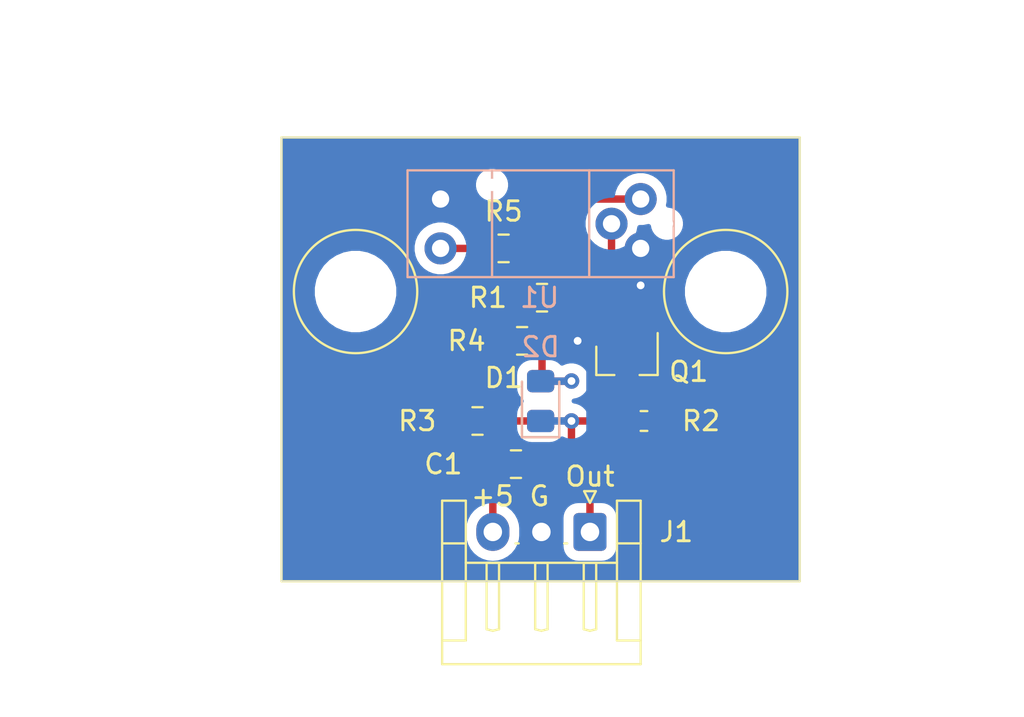
<source format=kicad_pcb>
(kicad_pcb (version 20171130) (host pcbnew "(5.1.4)-1")

  (general
    (thickness 1.6)
    (drawings 32)
    (tracks 61)
    (zones 0)
    (modules 13)
    (nets 7)
  )

  (page A4)
  (layers
    (0 F.Cu signal)
    (31 B.Cu signal)
    (32 B.Adhes user)
    (33 F.Adhes user)
    (34 B.Paste user)
    (35 F.Paste user)
    (36 B.SilkS user)
    (37 F.SilkS user)
    (38 B.Mask user)
    (39 F.Mask user)
    (40 Dwgs.User user)
    (41 Cmts.User user)
    (42 Eco1.User user)
    (43 Eco2.User user)
    (44 Edge.Cuts user)
    (45 Margin user)
    (46 B.CrtYd user)
    (47 F.CrtYd user hide)
    (48 B.Fab user hide)
    (49 F.Fab user hide)
  )

  (setup
    (last_trace_width 0.25)
    (user_trace_width 0.381)
    (trace_clearance 0.2)
    (zone_clearance 0.508)
    (zone_45_only no)
    (trace_min 0.2)
    (via_size 0.8)
    (via_drill 0.4)
    (via_min_size 0.4)
    (via_min_drill 0.3)
    (user_via 0.889 0.381)
    (uvia_size 0.3)
    (uvia_drill 0.1)
    (uvias_allowed no)
    (uvia_min_size 0.2)
    (uvia_min_drill 0.1)
    (edge_width 0.05)
    (segment_width 0.2)
    (pcb_text_width 0.3)
    (pcb_text_size 1.5 1.5)
    (mod_edge_width 0.12)
    (mod_text_size 1 1)
    (mod_text_width 0.15)
    (pad_size 3.175 3.175)
    (pad_drill 3.175)
    (pad_to_mask_clearance 0.051)
    (solder_mask_min_width 0.25)
    (aux_axis_origin 0 0)
    (grid_origin 133.35 63.5)
    (visible_elements 7FFFFFFF)
    (pcbplotparams
      (layerselection 0x010f0_ffffffff)
      (usegerberextensions false)
      (usegerberattributes false)
      (usegerberadvancedattributes false)
      (creategerberjobfile false)
      (excludeedgelayer true)
      (linewidth 0.100000)
      (plotframeref false)
      (viasonmask false)
      (mode 1)
      (useauxorigin false)
      (hpglpennumber 1)
      (hpglpenspeed 20)
      (hpglpendiameter 15.000000)
      (psnegative false)
      (psa4output false)
      (plotreference true)
      (plotvalue true)
      (plotinvisibletext false)
      (padsonsilk false)
      (subtractmaskfromsilk false)
      (outputformat 1)
      (mirror false)
      (drillshape 0)
      (scaleselection 1)
      (outputdirectory "./"))
  )

  (net 0 "")
  (net 1 GND)
  (net 2 +5V)
  (net 3 /Led+)
  (net 4 /Out)
  (net 5 /SensorOut)
  (net 6 /IntA)

  (net_class Default "This is the default net class."
    (clearance 0.2)
    (trace_width 0.25)
    (via_dia 0.8)
    (via_drill 0.4)
    (uvia_dia 0.3)
    (uvia_drill 0.1)
    (add_net +5V)
    (add_net /IntA)
    (add_net /Led+)
    (add_net /Out)
    (add_net /SensorOut)
    (add_net GND)
  )

  (module 0-MiscParts:OptoGP1A58HRJ00F (layer B.Cu) (tedit 5DE56C5D) (tstamp 5DE51686)
    (at 146.685 45.085 180)
    (path /5DE70797)
    (fp_text reference U1 (at 0.05 -3.81) (layer B.SilkS)
      (effects (font (size 1 1) (thickness 0.15)) (justify mirror))
    )
    (fp_text value OptoGP1A58HRJ00F (at 0 -4.55) (layer B.Fab)
      (effects (font (size 1 1) (thickness 0.15)) (justify mirror))
    )
    (fp_line (start 2.5 2.75) (end 2.5 -2.75) (layer B.SilkS) (width 0.12))
    (fp_line (start -2.5 2.75) (end -2.5 -2.75) (layer B.SilkS) (width 0.12))
    (fp_line (start -6.85 -2.75) (end -6.85 2.75) (layer B.SilkS) (width 0.12))
    (fp_line (start 6.85 -2.75) (end -6.85 -2.75) (layer B.SilkS) (width 0.12))
    (fp_line (start 6.85 2.75) (end 6.85 -2.75) (layer B.SilkS) (width 0.12))
    (fp_line (start -6.85 2.75) (end 6.85 2.75) (layer B.SilkS) (width 0.12))
    (pad "" np_thru_hole circle (at 2.5 2 180) (size 0.635 0.635) (drill 0.635) (layers *.Cu *.Mask))
    (pad "" np_thru_hole circle (at -6.5 0 180) (size 0.635 0.635) (drill 0.635) (layers *.Cu *.Mask))
    (pad 5 thru_hole circle (at -5.15 -1.27 180) (size 1.651 1.651) (drill 0.889) (layers *.Cu *.Mask)
      (net 1 GND))
    (pad 4 thru_hole circle (at -3.65 0 180) (size 1.651 1.651) (drill 0.889) (layers *.Cu *.Mask)
      (net 5 /SensorOut))
    (pad 3 thru_hole circle (at -5.15 1.27 180) (size 1.651 1.651) (drill 0.889) (layers *.Cu *.Mask)
      (net 2 +5V))
    (pad 2 thru_hole circle (at 5.15 1.27 180) (size 1.651 1.651) (drill 0.889) (layers *.Cu *.Mask)
      (net 1 GND))
    (pad 1 thru_hole circle (at 5.15 -1.27 180) (size 1.651 1.651) (drill 0.889) (layers *.Cu *.Mask)
      (net 6 /IntA))
  )

  (module Resistor_SMD:R_0805_2012Metric_Pad1.15x1.40mm_HandSolder (layer F.Cu) (tedit 5B36C52B) (tstamp 5DE51677)
    (at 144.78 46.355 180)
    (descr "Resistor SMD 0805 (2012 Metric), square (rectangular) end terminal, IPC_7351 nominal with elongated pad for handsoldering. (Body size source: https://docs.google.com/spreadsheets/d/1BsfQQcO9C6DZCsRaXUlFlo91Tg2WpOkGARC1WS5S8t0/edit?usp=sharing), generated with kicad-footprint-generator")
    (tags "resistor handsolder")
    (path /5DE787E1)
    (attr smd)
    (fp_text reference R5 (at 0 1.905) (layer F.SilkS)
      (effects (font (size 1 1) (thickness 0.15)))
    )
    (fp_text value R (at 0 1.65) (layer F.Fab)
      (effects (font (size 1 1) (thickness 0.15)))
    )
    (fp_text user %R (at 0 0) (layer F.Fab)
      (effects (font (size 0.5 0.5) (thickness 0.08)))
    )
    (fp_line (start 1.85 0.95) (end -1.85 0.95) (layer F.CrtYd) (width 0.05))
    (fp_line (start 1.85 -0.95) (end 1.85 0.95) (layer F.CrtYd) (width 0.05))
    (fp_line (start -1.85 -0.95) (end 1.85 -0.95) (layer F.CrtYd) (width 0.05))
    (fp_line (start -1.85 0.95) (end -1.85 -0.95) (layer F.CrtYd) (width 0.05))
    (fp_line (start -0.261252 0.71) (end 0.261252 0.71) (layer F.SilkS) (width 0.12))
    (fp_line (start -0.261252 -0.71) (end 0.261252 -0.71) (layer F.SilkS) (width 0.12))
    (fp_line (start 1 0.6) (end -1 0.6) (layer F.Fab) (width 0.1))
    (fp_line (start 1 -0.6) (end 1 0.6) (layer F.Fab) (width 0.1))
    (fp_line (start -1 -0.6) (end 1 -0.6) (layer F.Fab) (width 0.1))
    (fp_line (start -1 0.6) (end -1 -0.6) (layer F.Fab) (width 0.1))
    (pad 2 smd roundrect (at 1.025 0 180) (size 1.15 1.4) (layers F.Cu F.Paste F.Mask) (roundrect_rratio 0.217391)
      (net 6 /IntA))
    (pad 1 smd roundrect (at -1.025 0 180) (size 1.15 1.4) (layers F.Cu F.Paste F.Mask) (roundrect_rratio 0.217391)
      (net 2 +5V))
    (model ${KISYS3DMOD}/Resistor_SMD.3dshapes/R_0805_2012Metric.wrl
      (at (xyz 0 0 0))
      (scale (xyz 1 1 1))
      (rotate (xyz 0 0 0))
    )
  )

  (module LED_SMD:LED_0805_2012Metric_Pad1.15x1.40mm_HandSolder (layer B.Cu) (tedit 5B4B45C9) (tstamp 5DE51536)
    (at 146.685 54.22 90)
    (descr "LED SMD 0805 (2012 Metric), square (rectangular) end terminal, IPC_7351 nominal, (Body size source: https://docs.google.com/spreadsheets/d/1BsfQQcO9C6DZCsRaXUlFlo91Tg2WpOkGARC1WS5S8t0/edit?usp=sharing), generated with kicad-footprint-generator")
    (tags "LED handsolder")
    (path /5DE7E196)
    (attr smd)
    (fp_text reference D2 (at 2.785 0 180) (layer B.SilkS)
      (effects (font (size 1 1) (thickness 0.15)) (justify mirror))
    )
    (fp_text value LED (at 0 -1.65 90) (layer B.Fab)
      (effects (font (size 1 1) (thickness 0.15)) (justify mirror))
    )
    (fp_text user %R (at 0 0 90) (layer B.Fab)
      (effects (font (size 0.5 0.5) (thickness 0.08)) (justify mirror))
    )
    (fp_line (start 1.85 -0.95) (end -1.85 -0.95) (layer B.CrtYd) (width 0.05))
    (fp_line (start 1.85 0.95) (end 1.85 -0.95) (layer B.CrtYd) (width 0.05))
    (fp_line (start -1.85 0.95) (end 1.85 0.95) (layer B.CrtYd) (width 0.05))
    (fp_line (start -1.85 -0.95) (end -1.85 0.95) (layer B.CrtYd) (width 0.05))
    (fp_line (start -1.86 -0.96) (end 1 -0.96) (layer B.SilkS) (width 0.12))
    (fp_line (start -1.86 0.96) (end -1.86 -0.96) (layer B.SilkS) (width 0.12))
    (fp_line (start 1 0.96) (end -1.86 0.96) (layer B.SilkS) (width 0.12))
    (fp_line (start 1 -0.6) (end 1 0.6) (layer B.Fab) (width 0.1))
    (fp_line (start -1 -0.6) (end 1 -0.6) (layer B.Fab) (width 0.1))
    (fp_line (start -1 0.3) (end -1 -0.6) (layer B.Fab) (width 0.1))
    (fp_line (start -0.7 0.6) (end -1 0.3) (layer B.Fab) (width 0.1))
    (fp_line (start 1 0.6) (end -0.7 0.6) (layer B.Fab) (width 0.1))
    (pad 2 smd roundrect (at 1.025 0 90) (size 1.15 1.4) (layers B.Cu B.Paste B.Mask) (roundrect_rratio 0.217391)
      (net 3 /Led+))
    (pad 1 smd roundrect (at -1.025 0 90) (size 1.15 1.4) (layers B.Cu B.Paste B.Mask) (roundrect_rratio 0.217391)
      (net 4 /Out))
    (model ${KISYS3DMOD}/LED_SMD.3dshapes/LED_0805_2012Metric.wrl
      (at (xyz 0 0 0))
      (scale (xyz 1 1 1))
      (rotate (xyz 0 0 0))
    )
  )

  (module Resistor_SMD:R_0603_1608Metric_Pad1.05x0.95mm_HandSolder (layer F.Cu) (tedit 5B301BBD) (tstamp 5DE4E80C)
    (at 152.005 55.245)
    (descr "Resistor SMD 0603 (1608 Metric), square (rectangular) end terminal, IPC_7351 nominal with elongated pad for handsoldering. (Body size source: http://www.tortai-tech.com/upload/download/2011102023233369053.pdf), generated with kicad-footprint-generator")
    (tags "resistor handsolder")
    (path /5DE484AA)
    (attr smd)
    (fp_text reference R2 (at 2.935 0) (layer F.SilkS)
      (effects (font (size 1 1) (thickness 0.15)))
    )
    (fp_text value R (at 0 1.43) (layer F.Fab)
      (effects (font (size 1 1) (thickness 0.15)))
    )
    (fp_text user %R (at 0 0) (layer F.Fab)
      (effects (font (size 0.4 0.4) (thickness 0.06)))
    )
    (fp_line (start 1.65 0.73) (end -1.65 0.73) (layer F.CrtYd) (width 0.05))
    (fp_line (start 1.65 -0.73) (end 1.65 0.73) (layer F.CrtYd) (width 0.05))
    (fp_line (start -1.65 -0.73) (end 1.65 -0.73) (layer F.CrtYd) (width 0.05))
    (fp_line (start -1.65 0.73) (end -1.65 -0.73) (layer F.CrtYd) (width 0.05))
    (fp_line (start -0.171267 0.51) (end 0.171267 0.51) (layer F.SilkS) (width 0.12))
    (fp_line (start -0.171267 -0.51) (end 0.171267 -0.51) (layer F.SilkS) (width 0.12))
    (fp_line (start 0.8 0.4) (end -0.8 0.4) (layer F.Fab) (width 0.1))
    (fp_line (start 0.8 -0.4) (end 0.8 0.4) (layer F.Fab) (width 0.1))
    (fp_line (start -0.8 -0.4) (end 0.8 -0.4) (layer F.Fab) (width 0.1))
    (fp_line (start -0.8 0.4) (end -0.8 -0.4) (layer F.Fab) (width 0.1))
    (pad 2 smd roundrect (at 0.875 0) (size 1.05 0.95) (layers F.Cu F.Paste F.Mask) (roundrect_rratio 0.25)
      (net 5 /SensorOut))
    (pad 1 smd roundrect (at -0.875 0) (size 1.05 0.95) (layers F.Cu F.Paste F.Mask) (roundrect_rratio 0.25)
      (net 4 /Out))
    (model ${KISYS3DMOD}/Resistor_SMD.3dshapes/R_0603_1608Metric.wrl
      (at (xyz 0 0 0))
      (scale (xyz 1 1 1))
      (rotate (xyz 0 0 0))
    )
  )

  (module "0-MiscParts:MountingHole _1-8_1-4" (layer F.Cu) (tedit 5E22ED94) (tstamp 5DE51707)
    (at 156.21 48.5775)
    (path /5DE64126)
    (fp_text reference H2 (at 0 2.032) (layer F.Fab)
      (effects (font (size 1 1) (thickness 0.15)))
    )
    (fp_text value MountingHole (at 0 -2.032) (layer F.Fab)
      (effects (font (size 1 1) (thickness 0.15)))
    )
    (fp_circle (center 0 0) (end 3.175 0) (layer F.SilkS) (width 0.12))
    (pad "" np_thru_hole circle (at 0 0) (size 3.175 3.175) (drill 3.175) (layers *.Cu *.Mask))
  )

  (module "0-MiscParts:MountingHole _1-8_1-4" (layer F.Cu) (tedit 5D5FAF04) (tstamp 5DE4F0AD)
    (at 137.16 48.5775)
    (path /5DE63B03)
    (fp_text reference H1 (at 0 2.032) (layer F.Fab)
      (effects (font (size 1 1) (thickness 0.15)))
    )
    (fp_text value MountingHole (at 0 -2.032) (layer F.Fab)
      (effects (font (size 1 1) (thickness 0.15)))
    )
    (fp_circle (center 0 0) (end 3.175 0) (layer F.SilkS) (width 0.12))
    (pad "" np_thru_hole circle (at 0 0) (size 3.175 3.175) (drill 3.175) (layers *.Cu *.Mask))
  )

  (module Resistor_SMD:R_0805_2012Metric_Pad1.15x1.40mm_HandSolder (layer F.Cu) (tedit 5B36C52B) (tstamp 5DE4E7DC)
    (at 145.7325 51.1175)
    (descr "Resistor SMD 0805 (2012 Metric), square (rectangular) end terminal, IPC_7351 nominal with elongated pad for handsoldering. (Body size source: https://docs.google.com/spreadsheets/d/1BsfQQcO9C6DZCsRaXUlFlo91Tg2WpOkGARC1WS5S8t0/edit?usp=sharing), generated with kicad-footprint-generator")
    (tags "resistor handsolder")
    (path /5DE48C74)
    (attr smd)
    (fp_text reference R4 (at -2.8575 0) (layer F.SilkS)
      (effects (font (size 1 1) (thickness 0.15)))
    )
    (fp_text value R (at 0 1.65) (layer F.Fab)
      (effects (font (size 1 1) (thickness 0.15)))
    )
    (fp_text user %R (at 0 0) (layer F.Fab)
      (effects (font (size 0.5 0.5) (thickness 0.08)))
    )
    (fp_line (start 1.85 0.95) (end -1.85 0.95) (layer F.CrtYd) (width 0.05))
    (fp_line (start 1.85 -0.95) (end 1.85 0.95) (layer F.CrtYd) (width 0.05))
    (fp_line (start -1.85 -0.95) (end 1.85 -0.95) (layer F.CrtYd) (width 0.05))
    (fp_line (start -1.85 0.95) (end -1.85 -0.95) (layer F.CrtYd) (width 0.05))
    (fp_line (start -0.261252 0.71) (end 0.261252 0.71) (layer F.SilkS) (width 0.12))
    (fp_line (start -0.261252 -0.71) (end 0.261252 -0.71) (layer F.SilkS) (width 0.12))
    (fp_line (start 1 0.6) (end -1 0.6) (layer F.Fab) (width 0.1))
    (fp_line (start 1 -0.6) (end 1 0.6) (layer F.Fab) (width 0.1))
    (fp_line (start -1 -0.6) (end 1 -0.6) (layer F.Fab) (width 0.1))
    (fp_line (start -1 0.6) (end -1 -0.6) (layer F.Fab) (width 0.1))
    (pad 2 smd roundrect (at 1.025 0) (size 1.15 1.4) (layers F.Cu F.Paste F.Mask) (roundrect_rratio 0.217391)
      (net 3 /Led+))
    (pad 1 smd roundrect (at -1.025 0) (size 1.15 1.4) (layers F.Cu F.Paste F.Mask) (roundrect_rratio 0.217391)
      (net 2 +5V))
    (model ${KISYS3DMOD}/Resistor_SMD.3dshapes/R_0805_2012Metric.wrl
      (at (xyz 0 0 0))
      (scale (xyz 1 1 1))
      (rotate (xyz 0 0 0))
    )
  )

  (module Resistor_SMD:R_0805_2012Metric_Pad1.15x1.40mm_HandSolder (layer F.Cu) (tedit 5B36C52B) (tstamp 5DE4E86C)
    (at 143.4375 55.245)
    (descr "Resistor SMD 0805 (2012 Metric), square (rectangular) end terminal, IPC_7351 nominal with elongated pad for handsoldering. (Body size source: https://docs.google.com/spreadsheets/d/1BsfQQcO9C6DZCsRaXUlFlo91Tg2WpOkGARC1WS5S8t0/edit?usp=sharing), generated with kicad-footprint-generator")
    (tags "resistor handsolder")
    (path /5DE487CF)
    (attr smd)
    (fp_text reference R3 (at -3.1025 0) (layer F.SilkS)
      (effects (font (size 1 1) (thickness 0.15)))
    )
    (fp_text value R (at 0 1.65) (layer F.Fab)
      (effects (font (size 1 1) (thickness 0.15)))
    )
    (fp_text user %R (at 0 0) (layer F.Fab)
      (effects (font (size 0.5 0.5) (thickness 0.08)))
    )
    (fp_line (start 1.85 0.95) (end -1.85 0.95) (layer F.CrtYd) (width 0.05))
    (fp_line (start 1.85 -0.95) (end 1.85 0.95) (layer F.CrtYd) (width 0.05))
    (fp_line (start -1.85 -0.95) (end 1.85 -0.95) (layer F.CrtYd) (width 0.05))
    (fp_line (start -1.85 0.95) (end -1.85 -0.95) (layer F.CrtYd) (width 0.05))
    (fp_line (start -0.261252 0.71) (end 0.261252 0.71) (layer F.SilkS) (width 0.12))
    (fp_line (start -0.261252 -0.71) (end 0.261252 -0.71) (layer F.SilkS) (width 0.12))
    (fp_line (start 1 0.6) (end -1 0.6) (layer F.Fab) (width 0.1))
    (fp_line (start 1 -0.6) (end 1 0.6) (layer F.Fab) (width 0.1))
    (fp_line (start -1 -0.6) (end 1 -0.6) (layer F.Fab) (width 0.1))
    (fp_line (start -1 0.6) (end -1 -0.6) (layer F.Fab) (width 0.1))
    (pad 2 smd roundrect (at 1.025 0) (size 1.15 1.4) (layers F.Cu F.Paste F.Mask) (roundrect_rratio 0.217391)
      (net 4 /Out))
    (pad 1 smd roundrect (at -1.025 0) (size 1.15 1.4) (layers F.Cu F.Paste F.Mask) (roundrect_rratio 0.217391)
      (net 2 +5V))
    (model ${KISYS3DMOD}/Resistor_SMD.3dshapes/R_0805_2012Metric.wrl
      (at (xyz 0 0 0))
      (scale (xyz 1 1 1))
      (rotate (xyz 0 0 0))
    )
  )

  (module Resistor_SMD:R_0805_2012Metric_Pad1.15x1.40mm_HandSolder (layer F.Cu) (tedit 5B36C52B) (tstamp 5DE4E8F9)
    (at 146.7575 48.895)
    (descr "Resistor SMD 0805 (2012 Metric), square (rectangular) end terminal, IPC_7351 nominal with elongated pad for handsoldering. (Body size source: https://docs.google.com/spreadsheets/d/1BsfQQcO9C6DZCsRaXUlFlo91Tg2WpOkGARC1WS5S8t0/edit?usp=sharing), generated with kicad-footprint-generator")
    (tags "resistor handsolder")
    (path /5DE49315)
    (attr smd)
    (fp_text reference R1 (at -2.785 0) (layer F.SilkS)
      (effects (font (size 1 1) (thickness 0.15)))
    )
    (fp_text value R (at 0 1.65) (layer F.Fab)
      (effects (font (size 1 1) (thickness 0.15)))
    )
    (fp_text user %R (at 0 0) (layer F.Fab)
      (effects (font (size 0.5 0.5) (thickness 0.08)))
    )
    (fp_line (start 1.85 0.95) (end -1.85 0.95) (layer F.CrtYd) (width 0.05))
    (fp_line (start 1.85 -0.95) (end 1.85 0.95) (layer F.CrtYd) (width 0.05))
    (fp_line (start -1.85 -0.95) (end 1.85 -0.95) (layer F.CrtYd) (width 0.05))
    (fp_line (start -1.85 0.95) (end -1.85 -0.95) (layer F.CrtYd) (width 0.05))
    (fp_line (start -0.261252 0.71) (end 0.261252 0.71) (layer F.SilkS) (width 0.12))
    (fp_line (start -0.261252 -0.71) (end 0.261252 -0.71) (layer F.SilkS) (width 0.12))
    (fp_line (start 1 0.6) (end -1 0.6) (layer F.Fab) (width 0.1))
    (fp_line (start 1 -0.6) (end 1 0.6) (layer F.Fab) (width 0.1))
    (fp_line (start -1 -0.6) (end 1 -0.6) (layer F.Fab) (width 0.1))
    (fp_line (start -1 0.6) (end -1 -0.6) (layer F.Fab) (width 0.1))
    (pad 2 smd roundrect (at 1.025 0) (size 1.15 1.4) (layers F.Cu F.Paste F.Mask) (roundrect_rratio 0.217391)
      (net 5 /SensorOut))
    (pad 1 smd roundrect (at -1.025 0) (size 1.15 1.4) (layers F.Cu F.Paste F.Mask) (roundrect_rratio 0.217391)
      (net 2 +5V))
    (model ${KISYS3DMOD}/Resistor_SMD.3dshapes/R_0805_2012Metric.wrl
      (at (xyz 0 0 0))
      (scale (xyz 1 1 1))
      (rotate (xyz 0 0 0))
    )
  )

  (module Package_TO_SOT_SMD:SOT-23 (layer F.Cu) (tedit 5A02FF57) (tstamp 5DE4E8A0)
    (at 151.13 52.1175 270)
    (descr "SOT-23, Standard")
    (tags SOT-23)
    (path /5DE47943)
    (attr smd)
    (fp_text reference Q1 (at 0.5875 -3.175 180) (layer F.SilkS)
      (effects (font (size 1 1) (thickness 0.15)))
    )
    (fp_text value Q_NMOS_GSD (at 0 2.5 90) (layer F.Fab)
      (effects (font (size 1 1) (thickness 0.15)))
    )
    (fp_line (start 0.76 1.58) (end -0.7 1.58) (layer F.SilkS) (width 0.12))
    (fp_line (start 0.76 -1.58) (end -1.4 -1.58) (layer F.SilkS) (width 0.12))
    (fp_line (start -1.7 1.75) (end -1.7 -1.75) (layer F.CrtYd) (width 0.05))
    (fp_line (start 1.7 1.75) (end -1.7 1.75) (layer F.CrtYd) (width 0.05))
    (fp_line (start 1.7 -1.75) (end 1.7 1.75) (layer F.CrtYd) (width 0.05))
    (fp_line (start -1.7 -1.75) (end 1.7 -1.75) (layer F.CrtYd) (width 0.05))
    (fp_line (start 0.76 -1.58) (end 0.76 -0.65) (layer F.SilkS) (width 0.12))
    (fp_line (start 0.76 1.58) (end 0.76 0.65) (layer F.SilkS) (width 0.12))
    (fp_line (start -0.7 1.52) (end 0.7 1.52) (layer F.Fab) (width 0.1))
    (fp_line (start 0.7 -1.52) (end 0.7 1.52) (layer F.Fab) (width 0.1))
    (fp_line (start -0.7 -0.95) (end -0.15 -1.52) (layer F.Fab) (width 0.1))
    (fp_line (start -0.15 -1.52) (end 0.7 -1.52) (layer F.Fab) (width 0.1))
    (fp_line (start -0.7 -0.95) (end -0.7 1.5) (layer F.Fab) (width 0.1))
    (fp_text user %R (at 0 0) (layer F.Fab)
      (effects (font (size 0.5 0.5) (thickness 0.075)))
    )
    (pad 3 smd rect (at 1 0 270) (size 0.9 0.8) (layers F.Cu F.Paste F.Mask)
      (net 4 /Out))
    (pad 2 smd rect (at -1 0.95 270) (size 0.9 0.8) (layers F.Cu F.Paste F.Mask)
      (net 1 GND))
    (pad 1 smd rect (at -1 -0.95 270) (size 0.9 0.8) (layers F.Cu F.Paste F.Mask)
      (net 5 /SensorOut))
    (model ${KISYS3DMOD}/Package_TO_SOT_SMD.3dshapes/SOT-23.wrl
      (at (xyz 0 0 0))
      (scale (xyz 1 1 1))
      (rotate (xyz 0 0 0))
    )
  )

  (module Connector_JST:JST_EH_S3B-EH_1x03_P2.50mm_Horizontal (layer F.Cu) (tedit 5C281425) (tstamp 5DE4E39F)
    (at 149.225 60.96 180)
    (descr "JST EH series connector, S3B-EH (http://www.jst-mfg.com/product/pdf/eng/eEH.pdf), generated with kicad-footprint-generator")
    (tags "connector JST EH horizontal")
    (path /5DE4A403)
    (fp_text reference J1 (at -4.445 0) (layer F.SilkS)
      (effects (font (size 1 1) (thickness 0.15)))
    )
    (fp_text value Conn_01x03 (at 2.5 2.7) (layer F.Fab)
      (effects (font (size 1 1) (thickness 0.15)))
    )
    (fp_text user %R (at 2.5 -2.6) (layer F.Fab)
      (effects (font (size 1 1) (thickness 0.15)))
    )
    (fp_line (start 0 -1.407107) (end 0.5 -0.7) (layer F.Fab) (width 0.1))
    (fp_line (start -0.5 -0.7) (end 0 -1.407107) (layer F.Fab) (width 0.1))
    (fp_line (start 0.3 2.1) (end 0 1.5) (layer F.SilkS) (width 0.12))
    (fp_line (start -0.3 2.1) (end 0.3 2.1) (layer F.SilkS) (width 0.12))
    (fp_line (start 0 1.5) (end -0.3 2.1) (layer F.SilkS) (width 0.12))
    (fp_line (start 5.32 -1.59) (end 5 -1.59) (layer F.SilkS) (width 0.12))
    (fp_line (start 5.32 -5.01) (end 5.32 -1.59) (layer F.SilkS) (width 0.12))
    (fp_line (start 5 -5.09) (end 5.32 -5.01) (layer F.SilkS) (width 0.12))
    (fp_line (start 4.68 -5.01) (end 5 -5.09) (layer F.SilkS) (width 0.12))
    (fp_line (start 4.68 -1.59) (end 4.68 -5.01) (layer F.SilkS) (width 0.12))
    (fp_line (start 5 -1.59) (end 4.68 -1.59) (layer F.SilkS) (width 0.12))
    (fp_line (start 3.67 -0.59) (end 3.83 -0.59) (layer F.SilkS) (width 0.12))
    (fp_line (start 2.82 -1.59) (end 2.5 -1.59) (layer F.SilkS) (width 0.12))
    (fp_line (start 2.82 -5.01) (end 2.82 -1.59) (layer F.SilkS) (width 0.12))
    (fp_line (start 2.5 -5.09) (end 2.82 -5.01) (layer F.SilkS) (width 0.12))
    (fp_line (start 2.18 -5.01) (end 2.5 -5.09) (layer F.SilkS) (width 0.12))
    (fp_line (start 2.18 -1.59) (end 2.18 -5.01) (layer F.SilkS) (width 0.12))
    (fp_line (start 2.5 -1.59) (end 2.18 -1.59) (layer F.SilkS) (width 0.12))
    (fp_line (start 1.17 -0.59) (end 1.33 -0.59) (layer F.SilkS) (width 0.12))
    (fp_line (start 0.32 -1.59) (end 0 -1.59) (layer F.SilkS) (width 0.12))
    (fp_line (start 0.32 -5.01) (end 0.32 -1.59) (layer F.SilkS) (width 0.12))
    (fp_line (start 0 -5.09) (end 0.32 -5.01) (layer F.SilkS) (width 0.12))
    (fp_line (start -0.32 -5.01) (end 0 -5.09) (layer F.SilkS) (width 0.12))
    (fp_line (start -0.32 -1.59) (end -0.32 -5.01) (layer F.SilkS) (width 0.12))
    (fp_line (start 0 -1.59) (end -0.32 -1.59) (layer F.SilkS) (width 0.12))
    (fp_line (start -1.39 -1.59) (end 6.39 -1.59) (layer F.SilkS) (width 0.12))
    (fp_line (start 6.39 -0.59) (end 7.61 -0.59) (layer F.SilkS) (width 0.12))
    (fp_line (start 6.39 -5.59) (end 6.39 -0.59) (layer F.SilkS) (width 0.12))
    (fp_line (start 7.61 -5.59) (end 6.39 -5.59) (layer F.SilkS) (width 0.12))
    (fp_line (start -1.39 -0.59) (end -2.61 -0.59) (layer F.SilkS) (width 0.12))
    (fp_line (start -1.39 -5.59) (end -1.39 -0.59) (layer F.SilkS) (width 0.12))
    (fp_line (start -2.61 -5.59) (end -1.39 -5.59) (layer F.SilkS) (width 0.12))
    (fp_line (start 6.39 1.61) (end 6.39 -0.59) (layer F.SilkS) (width 0.12))
    (fp_line (start 7.61 1.61) (end 6.39 1.61) (layer F.SilkS) (width 0.12))
    (fp_line (start 7.61 -6.81) (end 7.61 1.61) (layer F.SilkS) (width 0.12))
    (fp_line (start -2.61 -6.81) (end 7.61 -6.81) (layer F.SilkS) (width 0.12))
    (fp_line (start -2.61 1.61) (end -2.61 -6.81) (layer F.SilkS) (width 0.12))
    (fp_line (start -1.39 1.61) (end -2.61 1.61) (layer F.SilkS) (width 0.12))
    (fp_line (start -1.39 -0.59) (end -1.39 1.61) (layer F.SilkS) (width 0.12))
    (fp_line (start 8 -7.2) (end -3 -7.2) (layer F.CrtYd) (width 0.05))
    (fp_line (start 8 2) (end 8 -7.2) (layer F.CrtYd) (width 0.05))
    (fp_line (start -3 2) (end 8 2) (layer F.CrtYd) (width 0.05))
    (fp_line (start -3 -7.2) (end -3 2) (layer F.CrtYd) (width 0.05))
    (fp_line (start 6.5 -0.7) (end -1.5 -0.7) (layer F.Fab) (width 0.1))
    (fp_line (start 6.5 1.5) (end 6.5 -0.7) (layer F.Fab) (width 0.1))
    (fp_line (start 7.5 1.5) (end 6.5 1.5) (layer F.Fab) (width 0.1))
    (fp_line (start 7.5 -6.7) (end 7.5 1.5) (layer F.Fab) (width 0.1))
    (fp_line (start -2.5 -6.7) (end 7.5 -6.7) (layer F.Fab) (width 0.1))
    (fp_line (start -2.5 1.5) (end -2.5 -6.7) (layer F.Fab) (width 0.1))
    (fp_line (start -1.5 1.5) (end -2.5 1.5) (layer F.Fab) (width 0.1))
    (fp_line (start -1.5 -0.7) (end -1.5 1.5) (layer F.Fab) (width 0.1))
    (pad 3 thru_hole oval (at 5 0 180) (size 1.7 1.95) (drill 0.95) (layers *.Cu *.Mask)
      (net 2 +5V))
    (pad 2 thru_hole oval (at 2.5 0 180) (size 1.7 1.95) (drill 0.95) (layers *.Cu *.Mask)
      (net 1 GND))
    (pad 1 thru_hole roundrect (at 0 0 180) (size 1.7 1.95) (drill 0.95) (layers *.Cu *.Mask) (roundrect_rratio 0.147059)
      (net 4 /Out))
    (model ${KISYS3DMOD}/Connector_JST.3dshapes/JST_EH_S3B-EH_1x03_P2.50mm_Horizontal.wrl
      (at (xyz 0 0 0))
      (scale (xyz 1 1 1))
      (rotate (xyz 0 0 0))
    )
  )

  (module LED_SMD:LED_0805_2012Metric_Pad1.15x1.40mm_HandSolder (layer F.Cu) (tedit 5B4B45C9) (tstamp 5DE4E364)
    (at 146.685 54.22 90)
    (descr "LED SMD 0805 (2012 Metric), square (rectangular) end terminal, IPC_7351 nominal, (Body size source: https://docs.google.com/spreadsheets/d/1BsfQQcO9C6DZCsRaXUlFlo91Tg2WpOkGARC1WS5S8t0/edit?usp=sharing), generated with kicad-footprint-generator")
    (tags "LED handsolder")
    (path /5DE4975F)
    (attr smd)
    (fp_text reference D1 (at 1.1975 -1.905 180) (layer F.SilkS)
      (effects (font (size 1 1) (thickness 0.15)))
    )
    (fp_text value LED (at 0 1.65 90) (layer F.Fab)
      (effects (font (size 1 1) (thickness 0.15)))
    )
    (fp_text user %R (at 0 0 90) (layer F.Fab)
      (effects (font (size 0.5 0.5) (thickness 0.08)))
    )
    (fp_line (start 1.85 0.95) (end -1.85 0.95) (layer F.CrtYd) (width 0.05))
    (fp_line (start 1.85 -0.95) (end 1.85 0.95) (layer F.CrtYd) (width 0.05))
    (fp_line (start -1.85 -0.95) (end 1.85 -0.95) (layer F.CrtYd) (width 0.05))
    (fp_line (start -1.85 0.95) (end -1.85 -0.95) (layer F.CrtYd) (width 0.05))
    (fp_line (start -1.86 0.96) (end 1 0.96) (layer F.SilkS) (width 0.12))
    (fp_line (start -1.86 -0.96) (end -1.86 0.96) (layer F.SilkS) (width 0.12))
    (fp_line (start 1 -0.96) (end -1.86 -0.96) (layer F.SilkS) (width 0.12))
    (fp_line (start 1 0.6) (end 1 -0.6) (layer F.Fab) (width 0.1))
    (fp_line (start -1 0.6) (end 1 0.6) (layer F.Fab) (width 0.1))
    (fp_line (start -1 -0.3) (end -1 0.6) (layer F.Fab) (width 0.1))
    (fp_line (start -0.7 -0.6) (end -1 -0.3) (layer F.Fab) (width 0.1))
    (fp_line (start 1 -0.6) (end -0.7 -0.6) (layer F.Fab) (width 0.1))
    (pad 2 smd roundrect (at 1.025 0 90) (size 1.15 1.4) (layers F.Cu F.Paste F.Mask) (roundrect_rratio 0.217391)
      (net 3 /Led+))
    (pad 1 smd roundrect (at -1.025 0 90) (size 1.15 1.4) (layers F.Cu F.Paste F.Mask) (roundrect_rratio 0.217391)
      (net 4 /Out))
    (model ${KISYS3DMOD}/LED_SMD.3dshapes/LED_0805_2012Metric.wrl
      (at (xyz 0 0 0))
      (scale (xyz 1 1 1))
      (rotate (xyz 0 0 0))
    )
  )

  (module Capacitor_SMD:C_0805_2012Metric_Pad1.15x1.40mm_HandSolder (layer F.Cu) (tedit 5B36C52B) (tstamp 5DE4E7AC)
    (at 145.415 57.4675)
    (descr "Capacitor SMD 0805 (2012 Metric), square (rectangular) end terminal, IPC_7351 nominal with elongated pad for handsoldering. (Body size source: https://docs.google.com/spreadsheets/d/1BsfQQcO9C6DZCsRaXUlFlo91Tg2WpOkGARC1WS5S8t0/edit?usp=sharing), generated with kicad-footprint-generator")
    (tags "capacitor handsolder")
    (path /5DE480D5)
    (attr smd)
    (fp_text reference C1 (at -3.7375 0) (layer F.SilkS)
      (effects (font (size 1 1) (thickness 0.15)))
    )
    (fp_text value C (at 0 1.65) (layer F.Fab)
      (effects (font (size 1 1) (thickness 0.15)))
    )
    (fp_text user %R (at 0 0) (layer F.Fab)
      (effects (font (size 0.5 0.5) (thickness 0.08)))
    )
    (fp_line (start 1.85 0.95) (end -1.85 0.95) (layer F.CrtYd) (width 0.05))
    (fp_line (start 1.85 -0.95) (end 1.85 0.95) (layer F.CrtYd) (width 0.05))
    (fp_line (start -1.85 -0.95) (end 1.85 -0.95) (layer F.CrtYd) (width 0.05))
    (fp_line (start -1.85 0.95) (end -1.85 -0.95) (layer F.CrtYd) (width 0.05))
    (fp_line (start -0.261252 0.71) (end 0.261252 0.71) (layer F.SilkS) (width 0.12))
    (fp_line (start -0.261252 -0.71) (end 0.261252 -0.71) (layer F.SilkS) (width 0.12))
    (fp_line (start 1 0.6) (end -1 0.6) (layer F.Fab) (width 0.1))
    (fp_line (start 1 -0.6) (end 1 0.6) (layer F.Fab) (width 0.1))
    (fp_line (start -1 -0.6) (end 1 -0.6) (layer F.Fab) (width 0.1))
    (fp_line (start -1 0.6) (end -1 -0.6) (layer F.Fab) (width 0.1))
    (pad 2 smd roundrect (at 1.025 0) (size 1.15 1.4) (layers F.Cu F.Paste F.Mask) (roundrect_rratio 0.217391)
      (net 1 GND))
    (pad 1 smd roundrect (at -1.025 0) (size 1.15 1.4) (layers F.Cu F.Paste F.Mask) (roundrect_rratio 0.217391)
      (net 2 +5V))
    (model ${KISYS3DMOD}/Capacitor_SMD.3dshapes/C_0805_2012Metric.wrl
      (at (xyz 0 0 0))
      (scale (xyz 1 1 1))
      (rotate (xyz 0 0 0))
    )
  )

  (dimension 8.89 (width 0.15) (layer Dwgs.User)
    (gr_text "0.3500 in" (at 167.67 56.515 270) (layer Dwgs.User)
      (effects (font (size 1 1) (thickness 0.15)))
    )
    (feature1 (pts (xy 160.02 60.96) (xy 166.956421 60.96)))
    (feature2 (pts (xy 160.02 52.07) (xy 166.956421 52.07)))
    (crossbar (pts (xy 166.37 52.07) (xy 166.37 60.96)))
    (arrow1a (pts (xy 166.37 60.96) (xy 165.783579 59.833496)))
    (arrow1b (pts (xy 166.37 60.96) (xy 166.956421 59.833496)))
    (arrow2a (pts (xy 166.37 52.07) (xy 165.783579 53.196504)))
    (arrow2b (pts (xy 166.37 52.07) (xy 166.956421 53.196504)))
  )
  (gr_line (start 149.225 60.96) (end 160.02 60.96) (layer Dwgs.User) (width 0.15))
  (dimension 2.2225 (width 0.15) (layer Dwgs.User)
    (gr_text "0.0875 in" (at 163.86 53.18125 270) (layer Dwgs.User)
      (effects (font (size 1 1) (thickness 0.15)))
    )
    (feature1 (pts (xy 160.02 54.2925) (xy 163.146421 54.2925)))
    (feature2 (pts (xy 160.02 52.07) (xy 163.146421 52.07)))
    (crossbar (pts (xy 162.56 52.07) (xy 162.56 54.2925)))
    (arrow1a (pts (xy 162.56 54.2925) (xy 161.973579 53.165996)))
    (arrow1b (pts (xy 162.56 54.2925) (xy 163.146421 53.165996)))
    (arrow2a (pts (xy 162.56 52.07) (xy 161.973579 53.196504)))
    (arrow2b (pts (xy 162.56 52.07) (xy 163.146421 53.196504)))
  )
  (dimension 3.4925 (width 0.15) (layer Dwgs.User)
    (gr_text "0.1375 in" (at 170.21 50.32375 90) (layer Dwgs.User)
      (effects (font (size 1 1) (thickness 0.15)))
    )
    (feature1 (pts (xy 160.02 48.5775) (xy 169.496421 48.5775)))
    (feature2 (pts (xy 160.02 52.07) (xy 169.496421 52.07)))
    (crossbar (pts (xy 168.91 52.07) (xy 168.91 48.5775)))
    (arrow1a (pts (xy 168.91 48.5775) (xy 169.496421 49.704004)))
    (arrow1b (pts (xy 168.91 48.5775) (xy 168.323579 49.704004)))
    (arrow2a (pts (xy 168.91 52.07) (xy 169.496421 50.943496)))
    (arrow2b (pts (xy 168.91 52.07) (xy 168.323579 50.943496)))
  )
  (gr_line (start 133.35 52.07) (end 160.02 52.07) (layer Dwgs.User) (width 0.15))
  (gr_line (start 160.02 63.5) (end 133.35 63.5) (layer Edge.Cuts) (width 0.05) (tstamp 5E22EDBA))
  (gr_line (start 160.02 40.64) (end 160.02 63.5) (layer Edge.Cuts) (width 0.05))
  (gr_line (start 133.35 40.64) (end 160.02 40.64) (layer Edge.Cuts) (width 0.05))
  (gr_line (start 133.35 63.5) (end 133.35 40.64) (layer Edge.Cuts) (width 0.05))
  (dimension 22.86 (width 0.12) (layer Dwgs.User)
    (gr_text "0.9000 in" (at 122.555 52.07 90) (layer Dwgs.User)
      (effects (font (size 1 1) (thickness 0.15)))
    )
    (feature1 (pts (xy 133.35 40.64) (xy 123.238579 40.64)))
    (feature2 (pts (xy 133.35 63.5) (xy 123.238579 63.5)))
    (crossbar (pts (xy 123.825 63.5) (xy 123.825 40.64)))
    (arrow1a (pts (xy 123.825 40.64) (xy 124.411421 41.766504)))
    (arrow1b (pts (xy 123.825 40.64) (xy 123.238579 41.766504)))
    (arrow2a (pts (xy 123.825 63.5) (xy 124.411421 62.373496)))
    (arrow2b (pts (xy 123.825 63.5) (xy 123.238579 62.373496)))
  )
  (gr_line (start 156.21 48.5775) (end 156.21 40.64) (layer Dwgs.User) (width 0.15))
  (gr_line (start 137.16 48.5775) (end 137.16 40.64) (layer Dwgs.User) (width 0.12))
  (gr_text G (at 146.6215 59.1185) (layer F.SilkS) (tstamp 5DE5662A)
    (effects (font (size 1 1) (thickness 0.15)))
  )
  (gr_text +5 (at 144.2085 59.1185) (layer F.SilkS) (tstamp 5DE565DC)
    (effects (font (size 1 1) (thickness 0.15)))
  )
  (gr_text Out (at 149.225 58.1025) (layer F.SilkS)
    (effects (font (size 1 1) (thickness 0.15)))
  )
  (gr_line (start 158.75 41.91) (end 158.75 62.23) (layer Cmts.User) (width 0.15))
  (gr_line (start 134.62 41.91) (end 158.75 41.91) (layer Cmts.User) (width 0.15))
  (gr_line (start 134.62 62.23) (end 134.62 41.91) (layer Cmts.User) (width 0.15))
  (gr_line (start 133.35 48.5775) (end 160.02 48.5775) (layer Dwgs.User) (width 0.15))
  (gr_line (start 133.35 45.4025) (end 160.02 45.4025) (layer Dwgs.User) (width 0.15))
  (dimension 18.0975 (width 0.15) (layer Dwgs.User)
    (gr_text "0.7125 in" (at 125.3825 54.45125 90) (layer Dwgs.User)
      (effects (font (size 1 1) (thickness 0.15)))
    )
    (feature1 (pts (xy 133.35 45.4025) (xy 126.096079 45.4025)))
    (feature2 (pts (xy 133.35 63.5) (xy 126.096079 63.5)))
    (crossbar (pts (xy 126.6825 63.5) (xy 126.6825 45.4025)))
    (arrow1a (pts (xy 126.6825 45.4025) (xy 127.268921 46.529004)))
    (arrow1b (pts (xy 126.6825 45.4025) (xy 126.096079 46.529004)))
    (arrow2a (pts (xy 126.6825 63.5) (xy 127.268921 62.373496)))
    (arrow2b (pts (xy 126.6825 63.5) (xy 126.096079 62.373496)))
  )
  (dimension 26.67 (width 0.15) (layer Dwgs.User)
    (gr_text "1.0500 in" (at 146.685 34.26) (layer Dwgs.User)
      (effects (font (size 1 1) (thickness 0.15)))
    )
    (feature1 (pts (xy 160.02 40.64) (xy 160.02 34.973579)))
    (feature2 (pts (xy 133.35 40.64) (xy 133.35 34.973579)))
    (crossbar (pts (xy 133.35 35.56) (xy 160.02 35.56)))
    (arrow1a (pts (xy 160.02 35.56) (xy 158.893496 36.146421)))
    (arrow1b (pts (xy 160.02 35.56) (xy 158.893496 34.973579)))
    (arrow2a (pts (xy 133.35 35.56) (xy 134.476504 36.146421)))
    (arrow2b (pts (xy 133.35 35.56) (xy 134.476504 34.973579)))
  )
  (dimension 13.335 (width 0.15) (layer Dwgs.User)
    (gr_text "0.5250 in" (at 140.0175 71.15) (layer Dwgs.User)
      (effects (font (size 1 1) (thickness 0.15)))
    )
    (feature1 (pts (xy 146.685 63.5) (xy 146.685 70.436421)))
    (feature2 (pts (xy 133.35 63.5) (xy 133.35 70.436421)))
    (crossbar (pts (xy 133.35 69.85) (xy 146.685 69.85)))
    (arrow1a (pts (xy 146.685 69.85) (xy 145.558496 70.436421)))
    (arrow1b (pts (xy 146.685 69.85) (xy 145.558496 69.263579)))
    (arrow2a (pts (xy 133.35 69.85) (xy 134.476504 70.436421)))
    (arrow2b (pts (xy 133.35 69.85) (xy 134.476504 69.263579)))
  )
  (dimension 19.05 (width 0.15) (layer Dwgs.User)
    (gr_text "0.7500 in" (at 146.685 37.435) (layer Dwgs.User)
      (effects (font (size 1 1) (thickness 0.15)))
    )
    (feature1 (pts (xy 156.21 40.64) (xy 156.21 38.148579)))
    (feature2 (pts (xy 137.16 40.64) (xy 137.16 38.148579)))
    (crossbar (pts (xy 137.16 38.735) (xy 156.21 38.735)))
    (arrow1a (pts (xy 156.21 38.735) (xy 155.083496 39.321421)))
    (arrow1b (pts (xy 156.21 38.735) (xy 155.083496 38.148579)))
    (arrow2a (pts (xy 137.16 38.735) (xy 138.286504 39.321421)))
    (arrow2b (pts (xy 137.16 38.735) (xy 138.286504 38.148579)))
  )
  (dimension 3.81 (width 0.15) (layer Dwgs.User)
    (gr_text "0.1500 in" (at 135.255 37.435) (layer Dwgs.User)
      (effects (font (size 1 1) (thickness 0.15)))
    )
    (feature1 (pts (xy 137.16 40.64) (xy 137.16 38.148579)))
    (feature2 (pts (xy 133.35 40.64) (xy 133.35 38.148579)))
    (crossbar (pts (xy 133.35 38.735) (xy 137.16 38.735)))
    (arrow1a (pts (xy 137.16 38.735) (xy 136.033496 39.321421)))
    (arrow1b (pts (xy 137.16 38.735) (xy 136.033496 38.148579)))
    (arrow2a (pts (xy 133.35 38.735) (xy 134.476504 39.321421)))
    (arrow2b (pts (xy 133.35 38.735) (xy 134.476504 38.148579)))
  )
  (dimension 14.9225 (width 0.15) (layer Dwgs.User)
    (gr_text "0.5875 in" (at 128.24 56.03875 90) (layer Dwgs.User)
      (effects (font (size 1 1) (thickness 0.15)))
    )
    (feature1 (pts (xy 133.35 48.5775) (xy 128.953579 48.5775)))
    (feature2 (pts (xy 133.35 63.5) (xy 128.953579 63.5)))
    (crossbar (pts (xy 129.54 63.5) (xy 129.54 48.5775)))
    (arrow1a (pts (xy 129.54 48.5775) (xy 130.126421 49.704004)))
    (arrow1b (pts (xy 129.54 48.5775) (xy 128.953579 49.704004)))
    (arrow2a (pts (xy 129.54 63.5) (xy 130.126421 62.373496)))
    (arrow2b (pts (xy 129.54 63.5) (xy 128.953579 62.373496)))
  )
  (gr_line (start 133.35 63.5) (end 133.35 40.64) (layer F.SilkS) (width 0.12))
  (gr_line (start 133.35 54.2925) (end 160.02 54.2925) (layer Dwgs.User) (width 0.15))
  (gr_line (start 146.685 40.64) (end 146.685 63.5) (layer Dwgs.User) (width 0.15))
  (gr_line (start 160.02 63.5) (end 133.35 63.5) (layer F.SilkS) (width 0.12) (tstamp 5DE4E797))
  (gr_line (start 160.02 40.64) (end 160.02 63.5) (layer F.SilkS) (width 0.12) (tstamp 5DE4E79A))
  (gr_line (start 133.35 40.64) (end 160.02 40.64) (layer F.SilkS) (width 0.12))

  (via (at 148.59 51.1175) (size 0.8) (drill 0.4) (layers F.Cu B.Cu) (net 1))
  (via (at 151.83358 48.26) (size 0.8) (drill 0.4) (layers F.Cu B.Cu) (net 1))
  (segment (start 151.835 48.25858) (end 151.83358 48.26) (width 0.381) (layer F.Cu) (net 1))
  (segment (start 151.835 46.355) (end 151.835 48.25858) (width 0.381) (layer F.Cu) (net 1))
  (segment (start 150.18 51.1175) (end 148.59 51.1175) (width 0.381) (layer F.Cu) (net 1))
  (segment (start 151.83358 48.26) (end 148.59 48.26) (width 0.381) (layer B.Cu) (net 1))
  (segment (start 148.59 48.26) (end 148.59 51.1175) (width 0.381) (layer B.Cu) (net 1))
  (segment (start 149.225 51.7525) (end 148.59 51.1175) (width 0.381) (layer B.Cu) (net 1))
  (segment (start 149.225 56.515) (end 149.225 51.7525) (width 0.381) (layer B.Cu) (net 1))
  (segment (start 146.725 60.96) (end 146.725 59.015) (width 0.381) (layer B.Cu) (net 1))
  (segment (start 146.725 59.015) (end 149.225 56.515) (width 0.381) (layer B.Cu) (net 1))
  (segment (start 146.44 57.4675) (end 146.44 58.81) (width 0.381) (layer F.Cu) (net 1))
  (segment (start 146.725 59.095) (end 146.725 60.96) (width 0.381) (layer F.Cu) (net 1))
  (segment (start 146.44 58.81) (end 146.725 59.095) (width 0.381) (layer F.Cu) (net 1))
  (segment (start 148.59 47.625) (end 148.59 48.26) (width 0.381) (layer B.Cu) (net 1))
  (segment (start 146.05 45.085) (end 148.59 47.625) (width 0.381) (layer B.Cu) (net 1))
  (segment (start 142.805 45.085) (end 141.535 43.815) (width 0.381) (layer B.Cu) (net 1))
  (segment (start 146.05 45.085) (end 142.805 45.085) (width 0.381) (layer B.Cu) (net 1))
  (segment (start 148.345 43.815) (end 145.805 46.355) (width 0.381) (layer F.Cu) (net 2))
  (segment (start 151.835 43.815) (end 148.345 43.815) (width 0.381) (layer F.Cu) (net 2))
  (segment (start 145.7325 46.4275) (end 145.805 46.355) (width 0.381) (layer F.Cu) (net 2))
  (segment (start 145.7325 48.895) (end 145.7325 46.4275) (width 0.381) (layer F.Cu) (net 2))
  (segment (start 144.7075 49.92) (end 145.7325 48.895) (width 0.381) (layer F.Cu) (net 2))
  (segment (start 144.7075 51.1175) (end 144.7075 49.92) (width 0.381) (layer F.Cu) (net 2))
  (segment (start 142.4125 53.4125) (end 144.7075 51.1175) (width 0.381) (layer F.Cu) (net 2))
  (segment (start 142.4125 55.245) (end 142.4125 53.4125) (width 0.381) (layer F.Cu) (net 2))
  (segment (start 144.39 57.4675) (end 143.1925 57.4675) (width 0.381) (layer F.Cu) (net 2))
  (segment (start 142.4125 55.245) (end 142.4125 57.005) (width 0.381) (layer F.Cu) (net 2))
  (segment (start 142.875 57.4675) (end 143.1925 57.4675) (width 0.381) (layer F.Cu) (net 2))
  (segment (start 142.4125 57.005) (end 142.875 57.4675) (width 0.381) (layer F.Cu) (net 2))
  (segment (start 144.39 57.4675) (end 144.39 58.81) (width 0.381) (layer F.Cu) (net 2))
  (segment (start 144.225 58.975) (end 144.225 60.96) (width 0.381) (layer F.Cu) (net 2))
  (segment (start 144.39 58.81) (end 144.225 58.975) (width 0.381) (layer F.Cu) (net 2))
  (via (at 148.2725 53.1876) (size 0.8) (drill 0.4) (layers F.Cu B.Cu) (net 3) (tstamp 5DE55D90))
  (segment (start 148.2651 53.195) (end 148.2725 53.1876) (width 0.381) (layer F.Cu) (net 3))
  (segment (start 146.685 53.195) (end 148.2651 53.195) (width 0.381) (layer F.Cu) (net 3))
  (segment (start 148.2651 53.195) (end 148.2725 53.1876) (width 0.381) (layer B.Cu) (net 3))
  (segment (start 146.685 53.195) (end 148.2651 53.195) (width 0.381) (layer B.Cu) (net 3))
  (segment (start 146.685 51.5075) (end 146.7575 51.435) (width 0.381) (layer F.Cu) (net 3))
  (segment (start 146.7575 53.1225) (end 146.685 53.195) (width 0.381) (layer F.Cu) (net 3))
  (segment (start 146.7575 51.1175) (end 146.7575 53.1225) (width 0.381) (layer F.Cu) (net 3))
  (via (at 148.2725 55.245) (size 0.8) (drill 0.4) (layers F.Cu B.Cu) (net 4))
  (segment (start 148.2725 55.245) (end 146.685 55.245) (width 0.381) (layer F.Cu) (net 4))
  (segment (start 146.685 55.245) (end 148.2725 55.245) (width 0.381) (layer B.Cu) (net 4))
  (segment (start 144.4625 55.245) (end 146.685 55.245) (width 0.381) (layer F.Cu) (net 4))
  (segment (start 148.2725 55.245) (end 151.13 55.245) (width 0.381) (layer F.Cu) (net 4))
  (segment (start 151.13 53.1175) (end 151.13 55.245) (width 0.381) (layer F.Cu) (net 4))
  (segment (start 149.225 60.96) (end 149.225 58.1025) (width 0.381) (layer F.Cu) (net 4))
  (segment (start 148.2725 57.15) (end 148.2725 55.245) (width 0.381) (layer F.Cu) (net 4))
  (segment (start 149.225 58.1025) (end 148.2725 57.15) (width 0.381) (layer F.Cu) (net 4))
  (segment (start 152.88 51.915) (end 152.88 55.245) (width 0.381) (layer F.Cu) (net 5))
  (segment (start 152.08 51.1175) (end 152.0825 51.1175) (width 0.381) (layer F.Cu) (net 5))
  (segment (start 152.0825 51.1175) (end 152.88 51.915) (width 0.381) (layer F.Cu) (net 5))
  (segment (start 152.08 50.1625) (end 152.08 51.1175) (width 0.381) (layer F.Cu) (net 5))
  (segment (start 150.8125 48.895) (end 152.08 50.1625) (width 0.381) (layer F.Cu) (net 5))
  (segment (start 150.335 47.4675) (end 150.1775 47.625) (width 0.381) (layer F.Cu) (net 5))
  (segment (start 150.335 45.085) (end 150.335 47.4675) (width 0.381) (layer F.Cu) (net 5))
  (segment (start 150.1775 47.625) (end 150.1775 48.895) (width 0.381) (layer F.Cu) (net 5))
  (segment (start 148.345 48.895) (end 150.1775 48.895) (width 0.381) (layer F.Cu) (net 5))
  (segment (start 150.1775 48.895) (end 150.8125 48.895) (width 0.381) (layer F.Cu) (net 5))
  (segment (start 141.535 46.355) (end 143.755 46.355) (width 0.381) (layer F.Cu) (net 6))

  (zone (net 1) (net_name GND) (layer B.Cu) (tstamp 5DE56A8D) (hatch edge 0.508)
    (connect_pads yes (clearance 0.508))
    (min_thickness 0.254)
    (fill yes (arc_segments 32) (thermal_gap 0.508) (thermal_bridge_width 0.508))
    (polygon
      (pts
        (xy 133.35 40.64) (xy 160.02 40.64) (xy 160.02 63.5) (xy 133.35 63.5)
      )
    )
    (filled_polygon
      (pts
        (xy 159.893 63.373) (xy 133.477 63.373) (xy 133.477 60.76205) (xy 142.74 60.76205) (xy 142.74 61.157949)
        (xy 142.761487 61.37611) (xy 142.846401 61.656033) (xy 142.984294 61.914013) (xy 143.169866 62.140134) (xy 143.395986 62.325706)
        (xy 143.653966 62.463599) (xy 143.933889 62.548513) (xy 144.225 62.577185) (xy 144.51611 62.548513) (xy 144.796033 62.463599)
        (xy 145.054013 62.325706) (xy 145.280134 62.140134) (xy 145.465706 61.914014) (xy 145.603599 61.656034) (xy 145.688513 61.376111)
        (xy 145.71 61.15795) (xy 145.71 60.762051) (xy 145.688513 60.54389) (xy 145.603599 60.263967) (xy 145.588116 60.235)
        (xy 147.736928 60.235) (xy 147.736928 61.685) (xy 147.753992 61.858254) (xy 147.804528 62.02485) (xy 147.886595 62.178386)
        (xy 147.997038 62.312962) (xy 148.131614 62.423405) (xy 148.28515 62.505472) (xy 148.451746 62.556008) (xy 148.625 62.573072)
        (xy 149.825 62.573072) (xy 149.998254 62.556008) (xy 150.16485 62.505472) (xy 150.318386 62.423405) (xy 150.452962 62.312962)
        (xy 150.563405 62.178386) (xy 150.645472 62.02485) (xy 150.696008 61.858254) (xy 150.713072 61.685) (xy 150.713072 60.235)
        (xy 150.696008 60.061746) (xy 150.645472 59.89515) (xy 150.563405 59.741614) (xy 150.452962 59.607038) (xy 150.318386 59.496595)
        (xy 150.16485 59.414528) (xy 149.998254 59.363992) (xy 149.825 59.346928) (xy 148.625 59.346928) (xy 148.451746 59.363992)
        (xy 148.28515 59.414528) (xy 148.131614 59.496595) (xy 147.997038 59.607038) (xy 147.886595 59.741614) (xy 147.804528 59.89515)
        (xy 147.753992 60.061746) (xy 147.736928 60.235) (xy 145.588116 60.235) (xy 145.465706 60.005986) (xy 145.280134 59.779866)
        (xy 145.054014 59.594294) (xy 144.796034 59.456401) (xy 144.516111 59.371487) (xy 144.225 59.342815) (xy 143.93389 59.371487)
        (xy 143.653967 59.456401) (xy 143.395987 59.594294) (xy 143.169866 59.779866) (xy 142.984294 60.005986) (xy 142.846401 60.263966)
        (xy 142.761487 60.543889) (xy 142.74 60.76205) (xy 133.477 60.76205) (xy 133.477 52.869999) (xy 145.346928 52.869999)
        (xy 145.346928 53.520001) (xy 145.363992 53.693255) (xy 145.414528 53.859851) (xy 145.496595 54.013387) (xy 145.607038 54.147962)
        (xy 145.694816 54.22) (xy 145.607038 54.292038) (xy 145.496595 54.426613) (xy 145.414528 54.580149) (xy 145.363992 54.746745)
        (xy 145.346928 54.919999) (xy 145.346928 55.570001) (xy 145.363992 55.743255) (xy 145.414528 55.909851) (xy 145.496595 56.063387)
        (xy 145.607038 56.197962) (xy 145.741613 56.308405) (xy 145.895149 56.390472) (xy 146.061745 56.441008) (xy 146.234999 56.458072)
        (xy 147.135001 56.458072) (xy 147.308255 56.441008) (xy 147.474851 56.390472) (xy 147.628387 56.308405) (xy 147.762962 56.197962)
        (xy 147.789754 56.165316) (xy 147.970602 56.240226) (xy 148.170561 56.28) (xy 148.374439 56.28) (xy 148.574398 56.240226)
        (xy 148.762756 56.162205) (xy 148.932274 56.048937) (xy 149.076437 55.904774) (xy 149.189705 55.735256) (xy 149.267726 55.546898)
        (xy 149.3075 55.346939) (xy 149.3075 55.143061) (xy 149.267726 54.943102) (xy 149.189705 54.754744) (xy 149.076437 54.585226)
        (xy 148.932274 54.441063) (xy 148.762756 54.327795) (xy 148.574398 54.249774) (xy 148.406111 54.2163) (xy 148.574398 54.182826)
        (xy 148.762756 54.104805) (xy 148.932274 53.991537) (xy 149.076437 53.847374) (xy 149.189705 53.677856) (xy 149.267726 53.489498)
        (xy 149.3075 53.289539) (xy 149.3075 53.085661) (xy 149.267726 52.885702) (xy 149.189705 52.697344) (xy 149.076437 52.527826)
        (xy 148.932274 52.383663) (xy 148.762756 52.270395) (xy 148.574398 52.192374) (xy 148.374439 52.1526) (xy 148.170561 52.1526)
        (xy 147.970602 52.192374) (xy 147.785222 52.269162) (xy 147.762962 52.242038) (xy 147.628387 52.131595) (xy 147.474851 52.049528)
        (xy 147.308255 51.998992) (xy 147.135001 51.981928) (xy 146.234999 51.981928) (xy 146.061745 51.998992) (xy 145.895149 52.049528)
        (xy 145.741613 52.131595) (xy 145.607038 52.242038) (xy 145.496595 52.376613) (xy 145.414528 52.530149) (xy 145.363992 52.696745)
        (xy 145.346928 52.869999) (xy 133.477 52.869999) (xy 133.477 48.358603) (xy 134.9375 48.358603) (xy 134.9375 48.796397)
        (xy 135.022909 49.225779) (xy 135.190446 49.630249) (xy 135.433671 49.994261) (xy 135.743239 50.303829) (xy 136.107251 50.547054)
        (xy 136.511721 50.714591) (xy 136.941103 50.8) (xy 137.378897 50.8) (xy 137.808279 50.714591) (xy 138.212749 50.547054)
        (xy 138.576761 50.303829) (xy 138.886329 49.994261) (xy 139.129554 49.630249) (xy 139.297091 49.225779) (xy 139.3825 48.796397)
        (xy 139.3825 48.358603) (xy 153.9875 48.358603) (xy 153.9875 48.796397) (xy 154.072909 49.225779) (xy 154.240446 49.630249)
        (xy 154.483671 49.994261) (xy 154.793239 50.303829) (xy 155.157251 50.547054) (xy 155.561721 50.714591) (xy 155.991103 50.8)
        (xy 156.428897 50.8) (xy 156.858279 50.714591) (xy 157.262749 50.547054) (xy 157.626761 50.303829) (xy 157.936329 49.994261)
        (xy 158.179554 49.630249) (xy 158.347091 49.225779) (xy 158.4325 48.796397) (xy 158.4325 48.358603) (xy 158.347091 47.929221)
        (xy 158.179554 47.524751) (xy 157.936329 47.160739) (xy 157.626761 46.851171) (xy 157.262749 46.607946) (xy 156.858279 46.440409)
        (xy 156.428897 46.355) (xy 155.991103 46.355) (xy 155.561721 46.440409) (xy 155.157251 46.607946) (xy 154.793239 46.851171)
        (xy 154.483671 47.160739) (xy 154.240446 47.524751) (xy 154.072909 47.929221) (xy 153.9875 48.358603) (xy 139.3825 48.358603)
        (xy 139.297091 47.929221) (xy 139.129554 47.524751) (xy 138.886329 47.160739) (xy 138.576761 46.851171) (xy 138.212749 46.607946)
        (xy 137.808279 46.440409) (xy 137.378897 46.355) (xy 136.941103 46.355) (xy 136.511721 46.440409) (xy 136.107251 46.607946)
        (xy 135.743239 46.851171) (xy 135.433671 47.160739) (xy 135.190446 47.524751) (xy 135.022909 47.929221) (xy 134.9375 48.358603)
        (xy 133.477 48.358603) (xy 133.477 46.211153) (xy 140.0745 46.211153) (xy 140.0745 46.498847) (xy 140.130626 46.781012)
        (xy 140.240721 47.046806) (xy 140.400555 47.286015) (xy 140.603985 47.489445) (xy 140.843194 47.649279) (xy 141.108988 47.759374)
        (xy 141.391153 47.8155) (xy 141.678847 47.8155) (xy 141.961012 47.759374) (xy 142.226806 47.649279) (xy 142.466015 47.489445)
        (xy 142.669445 47.286015) (xy 142.829279 47.046806) (xy 142.939374 46.781012) (xy 142.9955 46.498847) (xy 142.9955 46.211153)
        (xy 142.939374 45.928988) (xy 142.829279 45.663194) (xy 142.669445 45.423985) (xy 142.466015 45.220555) (xy 142.226806 45.060721)
        (xy 141.961012 44.950626) (xy 141.913388 44.941153) (xy 148.8745 44.941153) (xy 148.8745 45.228847) (xy 148.930626 45.511012)
        (xy 149.040721 45.776806) (xy 149.200555 46.016015) (xy 149.403985 46.219445) (xy 149.643194 46.379279) (xy 149.908988 46.489374)
        (xy 150.191153 46.5455) (xy 150.478847 46.5455) (xy 150.761012 46.489374) (xy 151.026806 46.379279) (xy 151.266015 46.219445)
        (xy 151.469445 46.016015) (xy 151.629279 45.776806) (xy 151.739374 45.511012) (xy 151.78622 45.2755) (xy 151.978847 45.2755)
        (xy 152.241346 45.223286) (xy 152.269104 45.362834) (xy 152.340905 45.536178) (xy 152.445145 45.692184) (xy 152.577816 45.824855)
        (xy 152.733822 45.929095) (xy 152.907166 46.000896) (xy 153.091187 46.0375) (xy 153.278813 46.0375) (xy 153.462834 46.000896)
        (xy 153.636178 45.929095) (xy 153.792184 45.824855) (xy 153.924855 45.692184) (xy 154.029095 45.536178) (xy 154.100896 45.362834)
        (xy 154.1375 45.178813) (xy 154.1375 44.991187) (xy 154.100896 44.807166) (xy 154.029095 44.633822) (xy 153.924855 44.477816)
        (xy 153.792184 44.345145) (xy 153.636178 44.240905) (xy 153.462834 44.169104) (xy 153.278813 44.1325) (xy 153.260958 44.1325)
        (xy 153.2955 43.958847) (xy 153.2955 43.671153) (xy 153.239374 43.388988) (xy 153.129279 43.123194) (xy 152.969445 42.883985)
        (xy 152.766015 42.680555) (xy 152.526806 42.520721) (xy 152.261012 42.410626) (xy 151.978847 42.3545) (xy 151.691153 42.3545)
        (xy 151.408988 42.410626) (xy 151.143194 42.520721) (xy 150.903985 42.680555) (xy 150.700555 42.883985) (xy 150.540721 43.123194)
        (xy 150.430626 43.388988) (xy 150.38378 43.6245) (xy 150.191153 43.6245) (xy 149.908988 43.680626) (xy 149.643194 43.790721)
        (xy 149.403985 43.950555) (xy 149.200555 44.153985) (xy 149.040721 44.393194) (xy 148.930626 44.658988) (xy 148.8745 44.941153)
        (xy 141.913388 44.941153) (xy 141.678847 44.8945) (xy 141.391153 44.8945) (xy 141.108988 44.950626) (xy 140.843194 45.060721)
        (xy 140.603985 45.220555) (xy 140.400555 45.423985) (xy 140.240721 45.663194) (xy 140.130626 45.928988) (xy 140.0745 46.211153)
        (xy 133.477 46.211153) (xy 133.477 42.991187) (xy 143.2325 42.991187) (xy 143.2325 43.178813) (xy 143.269104 43.362834)
        (xy 143.340905 43.536178) (xy 143.445145 43.692184) (xy 143.577816 43.824855) (xy 143.733822 43.929095) (xy 143.907166 44.000896)
        (xy 144.091187 44.0375) (xy 144.278813 44.0375) (xy 144.462834 44.000896) (xy 144.636178 43.929095) (xy 144.792184 43.824855)
        (xy 144.924855 43.692184) (xy 145.029095 43.536178) (xy 145.100896 43.362834) (xy 145.1375 43.178813) (xy 145.1375 42.991187)
        (xy 145.100896 42.807166) (xy 145.029095 42.633822) (xy 144.924855 42.477816) (xy 144.792184 42.345145) (xy 144.636178 42.240905)
        (xy 144.462834 42.169104) (xy 144.278813 42.1325) (xy 144.091187 42.1325) (xy 143.907166 42.169104) (xy 143.733822 42.240905)
        (xy 143.577816 42.345145) (xy 143.445145 42.477816) (xy 143.340905 42.633822) (xy 143.269104 42.807166) (xy 143.2325 42.991187)
        (xy 133.477 42.991187) (xy 133.477 40.767) (xy 159.893 40.767)
      )
    )
  )
)

</source>
